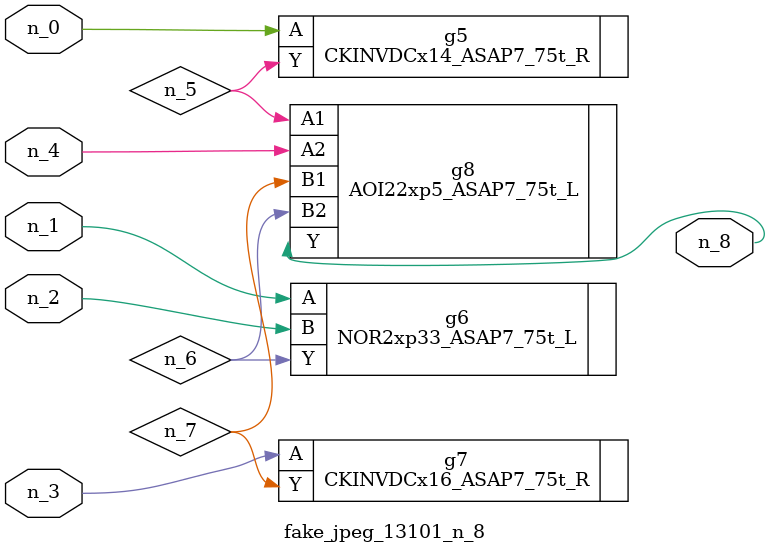
<source format=v>
module fake_jpeg_13101_n_8 (n_3, n_2, n_1, n_0, n_4, n_8);

input n_3;
input n_2;
input n_1;
input n_0;
input n_4;

output n_8;

wire n_6;
wire n_5;
wire n_7;

CKINVDCx14_ASAP7_75t_R g5 ( 
.A(n_0),
.Y(n_5)
);

NOR2xp33_ASAP7_75t_L g6 ( 
.A(n_1),
.B(n_2),
.Y(n_6)
);

CKINVDCx16_ASAP7_75t_R g7 ( 
.A(n_3),
.Y(n_7)
);

AOI22xp5_ASAP7_75t_L g8 ( 
.A1(n_5),
.A2(n_4),
.B1(n_7),
.B2(n_6),
.Y(n_8)
);


endmodule
</source>
